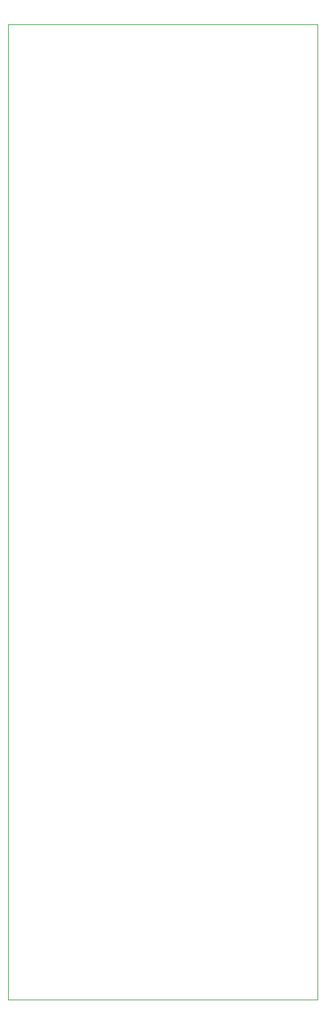
<source format=gm1>
G04 #@! TF.GenerationSoftware,KiCad,Pcbnew,9.0.1+1*
G04 #@! TF.CreationDate,2025-11-12T15:12:25+00:00*
G04 #@! TF.ProjectId,te0725-carrier,74653037-3235-42d6-9361-72726965722e,rev?*
G04 #@! TF.SameCoordinates,Original*
G04 #@! TF.FileFunction,Profile,NP*
%FSLAX46Y46*%
G04 Gerber Fmt 4.6, Leading zero omitted, Abs format (unit mm)*
G04 Created by KiCad (PCBNEW 9.0.1+1) date 2025-11-12 15:12:25*
%MOMM*%
%LPD*%
G01*
G04 APERTURE LIST*
G04 #@! TA.AperFunction,Profile*
%ADD10C,0.050000*%
G04 #@! TD*
G04 APERTURE END LIST*
D10*
X44500000Y-43409999D02*
X44500000Y-175490001D01*
X44500000Y-43409999D02*
X86500000Y-43409999D01*
X44500000Y-175490001D02*
X86500000Y-175490001D01*
X86500000Y-43409999D02*
X86500000Y-175490001D01*
M02*

</source>
